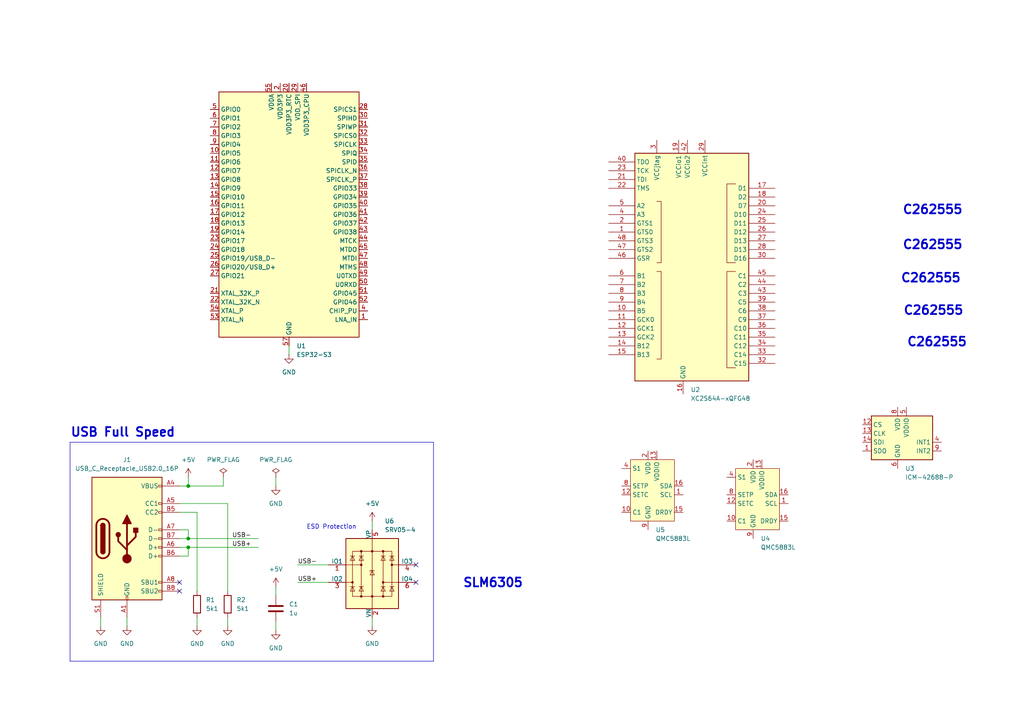
<source format=kicad_sch>
(kicad_sch (version 20231120) (generator "eeschema") (generator_version "8.0")
  (paper "A4")
  (lib_symbols
    (symbol "Connector:USB_C_Receptacle_USB2.0_16P" (pin_names (offset 1.016))
      (property "Reference" "J" (at 0 22.225 0))
      (property "Value" "USB_C_Receptacle_USB2.0_16P" (at 0 19.685 0))
      (symbol "USB_C_Receptacle_USB2.0_16P_0_0"
        (rectangle (start -0.254 -17.78) (end 0.254 -16.764))
        (rectangle (start 10.16 -14.986) (end 9.144 -15.494))
        (rectangle (start 10.16 -12.446) (end 9.144 -12.954))
        (rectangle (start 10.16 -4.826) (end 9.144 -5.334))
        (rectangle (start 10.16 -2.286) (end 9.144 -2.794))
        (rectangle (start 10.16 0.254) (end 9.144 -0.254))
        (rectangle (start 10.16 2.794) (end 9.144 2.286))
        (rectangle (start 10.16 7.874) (end 9.144 7.366))
        (rectangle (start 10.16 10.414) (end 9.144 9.906))
        (rectangle (start 10.16 15.494) (end 9.144 14.986))
      )
      (symbol "USB_C_Receptacle_USB2.0_16P_0_1"
        (rectangle (start -10.16 17.78) (end 10.16 -17.78) (stroke (width 0.254)) (fill (type background)))
        (arc (start -8.89 -3.81) (mid -6.985 -5.7067) (end -5.08 -3.81) (stroke (width 0.508)))
        (arc (start -7.62 -3.81) (mid -6.985 -4.4423) (end -6.35 -3.81) (stroke (width 0.254)))
        (arc (start -7.62 -3.81) (mid -6.985 -4.4423) (end -6.35 -3.81) (stroke (width 0.254)) (fill (type outline)))
        (rectangle (start -7.62 -3.81) (end -6.35 3.81) (stroke (width 0.254)) (fill (type outline)))
        (arc (start -6.35 3.81) (mid -6.985 4.4423) (end -7.62 3.81) (stroke (width 0.254)))
        (arc (start -6.35 3.81) (mid -6.985 4.4423) (end -7.62 3.81) (stroke (width 0.254)) (fill (type outline)))
        (arc (start -5.08 3.81) (mid -6.985 5.7067) (end -8.89 3.81) (stroke (width 0.508)))
        (circle (center -2.54 1.143) (radius 0.635) (stroke (width 0.254)) (fill (type outline)))
        (circle (center 0 -5.842) (radius 1.27) (fill (type outline)))
        (polyline (pts (xy -8.89 -3.81) (xy -8.89 3.81)) (stroke (width 0.508)))
        (polyline (pts (xy -5.08 3.81) (xy -5.08 -3.81)) (stroke (width 0.508)))
        (polyline (pts (xy 0 -5.842) (xy 0 4.318)) (stroke (width 0.508)))
        (polyline (pts (xy 0 -3.302) (xy -2.54 -0.762) (xy -2.54 0.508)) (stroke (width 0.508)))
        (polyline (pts (xy 0 -2.032) (xy 2.54 0.508) (xy 2.54 1.778)) (stroke (width 0.508)))
        (polyline (pts (xy -1.27 4.318) (xy 0 6.858) (xy 1.27 4.318) (xy -1.27 4.318)) (stroke (width 0.254)) (fill (type outline)))
        (rectangle (start 1.905 1.778) (end 3.175 3.048) (stroke (width 0.254)) (fill (type outline)))
      )
      (symbol "USB_C_Receptacle_USB2.0_16P_1_1"
        (pin passive line (at 0 -22.86 90) (length 5.08) (name "GND") (number "A1"))
        (pin passive line (at 0 -22.86 90) (length 5.08) hide (name "GND") (number "A12"))
        (pin passive line (at 15.24 15.24 180) (length 5.08) (name "VBUS") (number "A4"))
        (pin bidirectional line (at 15.24 10.16 180) (length 5.08) (name "CC1") (number "A5"))
        (pin bidirectional line (at 15.24 -2.54 180) (length 5.08) (name "D+") (number "A6"))
        (pin bidirectional line (at 15.24 2.54 180) (length 5.08) (name "D-") (number "A7"))
        (pin bidirectional line (at 15.24 -12.7 180) (length 5.08) (name "SBU1") (number "A8"))
        (pin passive line (at 15.24 15.24 180) (length 5.08) hide (name "VBUS") (number "A9"))
        (pin passive line (at 0 -22.86 90) (length 5.08) hide (name "GND") (number "B1"))
        (pin passive line (at 0 -22.86 90) (length 5.08) hide (name "GND") (number "B12"))
        (pin passive line (at 15.24 15.24 180) (length 5.08) hide (name "VBUS") (number "B4"))
        (pin bidirectional line (at 15.24 7.62 180) (length 5.08) (name "CC2") (number "B5"))
        (pin bidirectional line (at 15.24 -5.08 180) (length 5.08) (name "D+") (number "B6"))
        (pin bidirectional line (at 15.24 0 180) (length 5.08) (name "D-") (number "B7"))
        (pin bidirectional line (at 15.24 -15.24 180) (length 5.08) (name "SBU2") (number "B8"))
        (pin passive line (at 15.24 15.24 180) (length 5.08) hide (name "VBUS") (number "B9"))
        (pin passive line (at -7.62 -22.86 90) (length 5.08) (name "SHIELD") (number "S1"))
      )
    )
    (symbol "Device:C" (pin_numbers hide) (pin_names (offset 0.254))
      (property "Reference" "C" (at 0.635 2.54 0))
      (property "Value" "C" (at 0.635 -2.54 0))
      (symbol "C_0_1"
        (polyline (pts (xy -2.032 -0.762) (xy 2.032 -0.762)) (stroke (width 0.508)))
        (polyline (pts (xy -2.032 0.762) (xy 2.032 0.762)) (stroke (width 0.508)))
      )
      (symbol "C_1_1"
        (pin passive line (at 0 3.81 270) (length 2.794) (name "~") (number "1"))
        (pin passive line (at 0 -3.81 90) (length 2.794) (name "~") (number "2"))
      )
    )
    (symbol "Device:R" (pin_numbers hide) (pin_names (offset 0))
      (property "Reference" "R" (at 2.032 0 90))
      (property "Value" "R" (at 0 0 90))
      (symbol "R_0_1"
        (rectangle (start -1.016 -2.54) (end 1.016 2.54) (stroke (width 0.254)))
      )
      (symbol "R_1_1"
        (pin passive line (at 0 3.81 270) (length 1.27) (name "~") (number "1"))
        (pin passive line (at 0 -3.81 90) (length 1.27) (name "~") (number "2"))
      )
    )
    (symbol "FPGA_Xilinx:XC2S64A-xQFG48"
      (property "Reference" "U" (at 8.89 34.29 0))
      (property "Value" "XC2S64A-xQFG48" (at 5.08 -34.29 0))
      (symbol "XC2S64A-xQFG48_0_1"
        (rectangle (start -16.51 33.02) (end 16.51 -33.02) (stroke (width 0.254)) (fill (type background)))
        (polyline (pts (xy -10.16 -1.27) (xy -8.89 -1.27) (xy -8.89 -26.67) (xy -10.16 -26.67) (xy -10.16 -26.67)))
        (polyline (pts (xy 12.7 -1.27) (xy 10.16 -1.27) (xy 10.16 -29.21) (xy 12.7 -29.21) (xy 12.7 -29.21)))
        (polyline (pts (xy 12.7 1.27) (xy 10.16 1.27) (xy 10.16 24.13) (xy 12.7 24.13) (xy 12.7 24.13)))
        (polyline (pts (xy -10.16 19.05) (xy -8.89 19.05) (xy -8.89 1.27) (xy -10.16 1.27) (xy -10.16 1.27) (xy -10.16 1.27)))
      )
      (symbol "XC2S64A-xQFG48_1_1"
        (pin bidirectional line (at -24.13 10.16 0) (length 7.62) (name "GTS0") (number "1"))
        (pin bidirectional line (at -24.13 -12.7 0) (length 7.62) (name "B5") (number "10"))
        (pin passive line (at -24.13 -15.24 0) (length 7.62) (name "GCK0") (number "11"))
        (pin bidirectional line (at -24.13 -17.78 0) (length 7.62) (name "GCK1") (number "12"))
        (pin bidirectional line (at -24.13 -20.32 0) (length 7.62) (name "GCK2") (number "13"))
        (pin bidirectional line (at -24.13 -22.86 0) (length 7.62) (name "B12") (number "14"))
        (pin bidirectional line (at -24.13 -25.4 0) (length 7.62) (name "B13") (number "15"))
        (pin power_in line (at -2.54 -36.83 90) (length 3.81) (name "GND") (number "16"))
        (pin bidirectional line (at 24.13 22.86 180) (length 7.62) (name "D1") (number "17"))
        (pin bidirectional line (at 24.13 20.32 180) (length 7.62) (name "D2") (number "18"))
        (pin power_in line (at -3.81 36.83 270) (length 3.81) (name "VCCio1") (number "19"))
        (pin bidirectional line (at -24.13 12.7 0) (length 7.62) (name "GTS1") (number "2"))
        (pin bidirectional line (at 24.13 17.78 180) (length 7.62) (name "D7") (number "20"))
        (pin input line (at -24.13 25.4 0) (length 7.62) (name "TDI") (number "21"))
        (pin input line (at -24.13 22.86 0) (length 7.62) (name "TMS") (number "22"))
        (pin input line (at -24.13 27.94 0) (length 7.62) (name "TCK") (number "23"))
        (pin bidirectional line (at 24.13 15.24 180) (length 7.62) (name "D10") (number "24"))
        (pin bidirectional line (at 24.13 12.7 180) (length 7.62) (name "D11") (number "25"))
        (pin bidirectional line (at 24.13 10.16 180) (length 7.62) (name "D12") (number "26"))
        (pin bidirectional line (at 24.13 7.62 180) (length 7.62) (name "D13") (number "27"))
        (pin bidirectional line (at 24.13 5.08 180) (length 7.62) (name "D13") (number "28"))
        (pin power_in line (at 3.81 36.83 270) (length 3.81) (name "VCCint") (number "29"))
        (pin power_in line (at -10.16 36.83 270) (length 3.81) (name "VCCjtag") (number "3"))
        (pin bidirectional line (at 24.13 2.54 180) (length 7.62) (name "D16") (number "30"))
        (pin passive line (at -2.54 -36.83 90) (length 3.81) hide (name "GND") (number "31"))
        (pin bidirectional line (at 24.13 -27.94 180) (length 7.62) (name "C15") (number "32"))
        (pin bidirectional line (at 24.13 -25.4 180) (length 7.62) (name "C14") (number "33"))
        (pin bidirectional line (at 24.13 -22.86 180) (length 7.62) (name "C12") (number "34"))
        (pin bidirectional line (at 24.13 -20.32 180) (length 7.62) (name "C11") (number "35"))
        (pin bidirectional line (at 24.13 -17.78 180) (length 7.62) (name "C10") (number "36"))
        (pin bidirectional line (at 24.13 -15.24 180) (length 7.62) (name "C9") (number "37"))
        (pin bidirectional line (at 24.13 -12.7 180) (length 7.62) (name "C6") (number "38"))
        (pin bidirectional line (at 24.13 -10.16 180) (length 7.62) (name "C5") (number "39"))
        (pin bidirectional line (at -24.13 15.24 0) (length 7.62) (name "A3") (number "4"))
        (pin output line (at -24.13 30.48 0) (length 7.62) (name "TDO") (number "40"))
        (pin passive line (at -2.54 -36.83 90) (length 3.81) hide (name "GND") (number "41"))
        (pin power_in line (at -1.27 36.83 270) (length 3.81) (name "VCCio2") (number "42"))
        (pin bidirectional line (at 24.13 -7.62 180) (length 7.62) (name "C3") (number "43"))
        (pin bidirectional line (at 24.13 -5.08 180) (length 7.62) (name "C2") (number "44"))
        (pin bidirectional line (at 24.13 -2.54 180) (length 7.62) (name "C1") (number "45"))
        (pin bidirectional line (at -24.13 2.54 0) (length 7.62) (name "GSR") (number "46"))
        (pin bidirectional line (at -24.13 5.08 0) (length 7.62) (name "GTS2") (number "47"))
        (pin bidirectional line (at -24.13 7.62 0) (length 7.62) (name "GTS3") (number "48"))
        (pin bidirectional line (at -24.13 17.78 0) (length 7.62) (name "A2") (number "5"))
        (pin bidirectional line (at -24.13 -2.54 0) (length 7.62) (name "B1") (number "6"))
        (pin bidirectional line (at -24.13 -5.08 0) (length 7.62) (name "B2") (number "7"))
        (pin bidirectional line (at -24.13 -7.62 0) (length 7.62) (name "B3") (number "8"))
        (pin passive line (at -24.13 -10.16 0) (length 7.62) (name "B4") (number "9"))
      )
    )
    (symbol "GND_10" (power) (pin_numbers hide) (pin_names (offset 0) hide)
      (property "Value" "GND" (at 0 -3.81 0))
      (symbol "GND_10_0_1"
        (polyline (pts (xy 0 0) (xy 0 -1.27) (xy 1.27 -1.27) (xy 0 -2.54) (xy -1.27 -1.27) (xy 0 -1.27)))
      )
      (symbol "GND_10_1_1"
        (pin power_in line (at 0 0 270) (length 0) (name "~") (number "1"))
      )
    )
    (symbol "GND_11" (power) (pin_numbers hide) (pin_names (offset 0) hide)
      (property "Value" "GND" (at 0 -3.81 0))
      (symbol "GND_11_0_1"
        (polyline (pts (xy 0 0) (xy 0 -1.27) (xy 1.27 -1.27) (xy 0 -2.54) (xy -1.27 -1.27) (xy 0 -1.27)))
      )
      (symbol "GND_11_1_1"
        (pin power_in line (at 0 0 270) (length 0) (name "~") (number "1"))
      )
    )
    (symbol "GND_5" (power) (pin_numbers hide) (pin_names (offset 0) hide)
      (property "Value" "GND" (at 0 -3.81 0))
      (symbol "GND_5_0_1"
        (polyline (pts (xy 0 0) (xy 0 -1.27) (xy 1.27 -1.27) (xy 0 -2.54) (xy -1.27 -1.27) (xy 0 -1.27)))
      )
      (symbol "GND_5_1_1"
        (pin power_in line (at 0 0 270) (length 0) (name "~") (number "1"))
      )
    )
    (symbol "GND_6" (power) (pin_numbers hide) (pin_names (offset 0) hide)
      (property "Value" "GND" (at 0 -3.81 0))
      (symbol "GND_6_0_1"
        (polyline (pts (xy 0 0) (xy 0 -1.27) (xy 1.27 -1.27) (xy 0 -2.54) (xy -1.27 -1.27) (xy 0 -1.27)))
      )
      (symbol "GND_6_1_1"
        (pin power_in line (at 0 0 270) (length 0) (name "~") (number "1"))
      )
    )
    (symbol "GND_7" (power) (pin_numbers hide) (pin_names (offset 0) hide)
      (property "Value" "GND" (at 0 -3.81 0))
      (symbol "GND_7_0_1"
        (polyline (pts (xy 0 0) (xy 0 -1.27) (xy 1.27 -1.27) (xy 0 -2.54) (xy -1.27 -1.27) (xy 0 -1.27)))
      )
      (symbol "GND_7_1_1"
        (pin power_in line (at 0 0 270) (length 0) (name "~") (number "1"))
      )
    )
    (symbol "GND_8" (power) (pin_numbers hide) (pin_names (offset 0) hide)
      (property "Value" "GND" (at 0 -3.81 0))
      (symbol "GND_8_0_1"
        (polyline (pts (xy 0 0) (xy 0 -1.27) (xy 1.27 -1.27) (xy 0 -2.54) (xy -1.27 -1.27) (xy 0 -1.27)))
      )
      (symbol "GND_8_1_1"
        (pin power_in line (at 0 0 270) (length 0) (name "~") (number "1"))
      )
    )
    (symbol "GND_9" (power) (pin_numbers hide) (pin_names (offset 0) hide)
      (property "Value" "GND" (at 0 -3.81 0))
      (symbol "GND_9_0_1"
        (polyline (pts (xy 0 0) (xy 0 -1.27) (xy 1.27 -1.27) (xy 0 -2.54) (xy -1.27 -1.27) (xy 0 -1.27)))
      )
      (symbol "GND_9_1_1"
        (pin power_in line (at 0 0 270) (length 0) (name "~") (number "1"))
      )
    )
    (symbol "MCU_Espressif:ESP32-S3"
      (property "Reference" "U" (at 10.16 -38.1 0))
      (property "Value" "ESP32-S3" (at 13.97 -40.64 0))
      (symbol "ESP32-S3_0_1"
        (rectangle (start -20.32 35.56) (end 20.32 -35.56) (stroke (width 0.254)) (fill (type background)))
      )
      (symbol "ESP32-S3_1_0"
        (pin bidirectional line (at 22.86 12.7 180) (length 2.54) (name "SPICLK_N") (number "36"))
        (pin bidirectional line (at 22.86 -10.16 180) (length 2.54) (name "MTDO") (number "45"))
        (pin bidirectional line (at 22.86 -22.86 180) (length 2.54) (name "GPIO45") (number "51"))
        (pin passive line (at -5.08 38.1 270) (length 2.54) hide (name "VDDA") (number "56"))
      )
      (symbol "ESP32-S3_1_1"
        (pin bidirectional line (at 22.86 -30.48 180) (length 2.54) (name "LNA_IN") (number "1"))
        (pin bidirectional line (at -22.86 17.78 0) (length 2.54) (name "GPIO5") (number "10"))
        (pin bidirectional line (at -22.86 15.24 0) (length 2.54) (name "GPIO6") (number "11"))
        (pin bidirectional line (at -22.86 12.7 0) (length 2.54) (name "GPIO7") (number "12"))
        (pin bidirectional line (at -22.86 10.16 0) (length 2.54) (name "GPIO8") (number "13"))
        (pin bidirectional line (at -22.86 7.62 0) (length 2.54) (name "GPIO9") (number "14"))
        (pin bidirectional line (at -22.86 5.08 0) (length 2.54) (name "GPIO10") (number "15"))
        (pin bidirectional line (at -22.86 2.54 0) (length 2.54) (name "GPIO11") (number "16"))
        (pin bidirectional line (at -22.86 0 0) (length 2.54) (name "GPIO12") (number "17"))
        (pin bidirectional line (at -22.86 -2.54 0) (length 2.54) (name "GPIO13") (number "18"))
        (pin bidirectional line (at -22.86 -5.08 0) (length 2.54) (name "GPIO14") (number "19"))
        (pin power_in line (at -2.54 38.1 270) (length 2.54) (name "VDD3P3") (number "2"))
        (pin power_in line (at 0 38.1 270) (length 2.54) (name "VDD3P3_RTC") (number "20"))
        (pin passive line (at -22.86 -22.86 0) (length 2.54) (name "XTAL_32K_P") (number "21"))
        (pin passive line (at -22.86 -25.4 0) (length 2.54) (name "XTAL_32K_N") (number "22"))
        (pin bidirectional line (at -22.86 -7.62 0) (length 2.54) (name "GPIO17") (number "23"))
        (pin bidirectional line (at -22.86 -10.16 0) (length 2.54) (name "GPIO18") (number "24"))
        (pin bidirectional line (at -22.86 -12.7 0) (length 2.54) (name "GPIO19/USB_D-") (number "25"))
        (pin bidirectional line (at -22.86 -15.24 0) (length 2.54) (name "GPIO20/USB_D+") (number "26"))
        (pin bidirectional line (at -22.86 -17.78 0) (length 2.54) (name "GPIO21") (number "27"))
        (pin bidirectional line (at 22.86 30.48 180) (length 2.54) (name "SPICS1") (number "28"))
        (pin power_in line (at 2.54 38.1 270) (length 2.54) (name "VDD_SPI") (number "29"))
        (pin passive line (at -2.54 38.1 270) (length 2.54) hide (name "VDD3P3") (number "3"))
        (pin bidirectional line (at 22.86 27.94 180) (length 2.54) (name "SPIHD") (number "30"))
        (pin bidirectional line (at 22.86 25.4 180) (length 2.54) (name "SPIWP") (number "31"))
        (pin bidirectional line (at 22.86 22.86 180) (length 2.54) (name "SPICS0") (number "32"))
        (pin bidirectional line (at 22.86 20.32 180) (length 2.54) (name "SPICLK") (number "33"))
        (pin bidirectional line (at 22.86 17.78 180) (length 2.54) (name "SPIQ") (number "34"))
        (pin bidirectional line (at 22.86 15.24 180) (length 2.54) (name "SPID") (number "35"))
        (pin bidirectional line (at 22.86 10.16 180) (length 2.54) (name "SPICLK_P") (number "37"))
        (pin bidirectional line (at 22.86 7.62 180) (length 2.54) (name "GPIO33") (number "38"))
        (pin bidirectional line (at 22.86 5.08 180) (length 2.54) (name "GPIO34") (number "39"))
        (pin input line (at 22.86 -27.94 180) (length 2.54) (name "CHIP_PU") (number "4"))
        (pin bidirectional line (at 22.86 2.54 180) (length 2.54) (name "GPIO35") (number "40"))
        (pin bidirectional line (at 22.86 0 180) (length 2.54) (name "GPIO36") (number "41"))
        (pin bidirectional line (at 22.86 -2.54 180) (length 2.54) (name "GPIO37") (number "42"))
        (pin bidirectional line (at 22.86 -5.08 180) (length 2.54) (name "GPIO38") (number "43"))
        (pin bidirectional line (at 22.86 -7.62 180) (length 2.54) (name "MTCK") (number "44"))
        (pin power_in line (at 5.08 38.1 270) (length 2.54) (name "VDD3P3_CPU") (number "46"))
        (pin bidirectional line (at 22.86 -12.7 180) (length 2.54) (name "MTDI") (number "47"))
        (pin bidirectional line (at 22.86 -15.24 180) (length 2.54) (name "MTMS") (number "48"))
        (pin bidirectional line (at 22.86 -17.78 180) (length 2.54) (name "U0TXD") (number "49"))
        (pin bidirectional line (at -22.86 30.48 0) (length 2.54) (name "GPIO0") (number "5"))
        (pin bidirectional line (at 22.86 -20.32 180) (length 2.54) (name "U0RXD") (number "50"))
        (pin bidirectional line (at 22.86 -25.4 180) (length 2.54) (name "GPIO46") (number "52"))
        (pin output line (at -22.86 -30.48 0) (length 2.54) (name "XTAL_N") (number "53"))
        (pin input line (at -22.86 -27.94 0) (length 2.54) (name "XTAL_P") (number "54"))
        (pin power_in line (at -5.08 38.1 270) (length 2.54) (name "VDDA") (number "55"))
        (pin power_in line (at 0 -38.1 90) (length 2.54) (name "GND") (number "57"))
        (pin bidirectional line (at -22.86 27.94 0) (length 2.54) (name "GPIO1") (number "6"))
        (pin bidirectional line (at -22.86 25.4 0) (length 2.54) (name "GPIO2") (number "7"))
        (pin bidirectional line (at -22.86 22.86 0) (length 2.54) (name "GPIO3") (number "8"))
        (pin bidirectional line (at -22.86 20.32 0) (length 2.54) (name "GPIO4") (number "9"))
      )
    )
    (symbol "Power_Protection:SRV05-4" (pin_names (offset 0))
      (property "Reference" "U" (at -5.08 11.43 0))
      (property "Value" "SRV05-4" (at 2.54 11.43 0))
      (symbol "SRV05-4_0_0"
        (rectangle (start -5.715 6.477) (end 5.715 -6.604))
        (polyline (pts (xy -3.175 -6.604) (xy -3.175 6.477)))
        (polyline (pts (xy 3.175 6.477) (xy 3.175 -6.604)))
      )
      (symbol "SRV05-4_0_1"
        (rectangle (start -7.62 10.16) (end 7.62 -10.16) (stroke (width 0.254)) (fill (type background)))
        (circle (center -5.715 -2.54) (radius 0.2794) (fill (type outline)))
        (circle (center -3.175 -6.604) (radius 0.2794) (fill (type outline)))
        (circle (center -3.175 2.54) (radius 0.2794) (fill (type outline)))
        (circle (center -3.175 6.477) (radius 0.2794) (fill (type outline)))
        (circle (center 0 -6.604) (radius 0.2794) (fill (type outline)))
        (polyline (pts (xy -7.747 2.54) (xy -3.175 2.54)))
        (polyline (pts (xy -7.62 -2.54) (xy -5.715 -2.54)))
        (polyline (pts (xy -5.08 -3.81) (xy -6.35 -3.81)))
        (polyline (pts (xy -5.08 5.08) (xy -6.35 5.08)))
        (polyline (pts (xy -2.54 -3.81) (xy -3.81 -3.81)))
        (polyline (pts (xy -2.54 5.08) (xy -3.81 5.08)))
        (polyline (pts (xy 0 10.16) (xy 0 -10.16)))
        (polyline (pts (xy 3.81 -3.81) (xy 2.54 -3.81)))
        (polyline (pts (xy 3.81 5.08) (xy 2.54 5.08)))
        (polyline (pts (xy 6.35 -3.81) (xy 5.08 -3.81)))
        (polyline (pts (xy 6.35 5.08) (xy 5.08 5.08)))
        (polyline (pts (xy 7.62 -2.54) (xy 3.175 -2.54)))
        (polyline (pts (xy 7.62 2.54) (xy 5.715 2.54)))
        (polyline (pts (xy 0.635 0.889) (xy -0.635 0.889) (xy -0.635 0.635)))
        (polyline (pts (xy -5.08 -5.08) (xy -6.35 -5.08) (xy -5.715 -3.81) (xy -5.08 -5.08)))
        (polyline (pts (xy -5.08 3.81) (xy -6.35 3.81) (xy -5.715 5.08) (xy -5.08 3.81)))
        (polyline (pts (xy -2.54 -5.08) (xy -3.81 -5.08) (xy -3.175 -3.81) (xy -2.54 -5.08)))
        (polyline (pts (xy -2.54 3.81) (xy -3.81 3.81) (xy -3.175 5.08) (xy -2.54 3.81)))
        (polyline (pts (xy 0.635 -0.381) (xy -0.635 -0.381) (xy 0 0.889) (xy 0.635 -0.381)))
        (polyline (pts (xy 3.81 -5.08) (xy 2.54 -5.08) (xy 3.175 -3.81) (xy 3.81 -5.08)))
        (polyline (pts (xy 3.81 3.81) (xy 2.54 3.81) (xy 3.175 5.08) (xy 3.81 3.81)))
        (polyline (pts (xy 6.35 -5.08) (xy 5.08 -5.08) (xy 5.715 -3.81) (xy 6.35 -5.08)))
        (polyline (pts (xy 6.35 3.81) (xy 5.08 3.81) (xy 5.715 5.08) (xy 6.35 3.81)))
        (circle (center 0 6.477) (radius 0.2794) (fill (type outline)))
        (circle (center 3.175 -6.604) (radius 0.2794) (fill (type outline)))
        (circle (center 3.175 -2.54) (radius 0.2794) (fill (type outline)))
        (circle (center 3.175 6.477) (radius 0.2794) (fill (type outline)))
        (circle (center 5.715 2.54) (radius 0.2794) (fill (type outline)))
      )
      (symbol "SRV05-4_1_1"
        (pin passive line (at -12.7 2.54 0) (length 5.08) (name "IO1") (number "1"))
        (pin passive line (at 0 -12.7 90) (length 2.54) (name "VN") (number "2"))
        (pin passive line (at -12.7 -2.54 0) (length 5.08) (name "IO2") (number "3"))
        (pin passive line (at 12.7 2.54 180) (length 5.08) (name "IO3") (number "4"))
        (pin passive line (at 0 12.7 270) (length 2.54) (name "VP") (number "5"))
        (pin passive line (at 12.7 -2.54 180) (length 5.08) (name "IO4") (number "6"))
      )
    )
    (symbol "User_Symbols:ICM-42688-P"
      (property "Reference" "U" (at 1.27 1.27 0))
      (property "Value" "ICM-42688-P" (at 19.05 1.27 0))
      (symbol "ICM-42688-P_0_1"
        (rectangle (start 0 0) (end 17.78 -12.7) (stroke (width 0.254)) (fill (type background)))
      )
      (symbol "ICM-42688-P_1_1"
        (pin output line (at -2.54 -10.16 0) (length 2.54) (name "SDO") (number "1"))
        (pin no_connect line (at 20.32 -3.81 180) (length 2.54) hide (name "RESV") (number "10"))
        (pin passive line (at 7.62 -15.24 90) (length 2.54) hide (name "RESV") (number "11"))
        (pin input line (at -2.54 -2.54 0) (length 2.54) (name "CS") (number "12"))
        (pin input line (at -2.54 -5.08 0) (length 2.54) (name "CLK") (number "13"))
        (pin input line (at -2.54 -7.62 0) (length 2.54) (name "SDI") (number "14"))
        (pin no_connect line (at 20.32 -1.27 180) (length 2.54) hide (name "RESV") (number "2"))
        (pin no_connect line (at 20.32 -2.54 180) (length 2.54) hide (name "RESV") (number "3"))
        (pin output line (at 20.32 -7.62 180) (length 2.54) (name "INT1") (number "4"))
        (pin power_in line (at 10.16 2.54 270) (length 2.54) (name "VDDIO") (number "5"))
        (pin power_in line (at 7.62 -15.24 90) (length 2.54) (name "GND") (number "6"))
        (pin passive line (at 7.62 -15.24 90) (length 2.54) hide (name "RESV") (number "7"))
        (pin power_in line (at 7.62 2.54 270) (length 2.54) (name "VDD") (number "8"))
        (pin output line (at 20.32 -10.16 180) (length 2.54) (name "INT2") (number "9"))
      )
    )
    (symbol "User_Symbols:QMC5883L"
      (property "Reference" "U" (at 1.27 2.54 0))
      (property "Value" "QMC5883L" (at 13.97 2.54 0))
      (symbol "QMC5883L_1_1"
        (rectangle (start 0 0) (end 12.7 -17.78) (fill (type background)))
        (pin input line (at 15.24 -10.16 180) (length 2.54) (name "SCL") (number "1"))
        (pin passive line (at -2.54 -15.24 0) (length 2.54) (name "C1") (number "10"))
        (pin power_in line (at 5.08 -20.32 90) (length 2.54) hide (name "GND") (number "11"))
        (pin passive line (at -2.54 -10.16 0) (length 2.54) (name "SETC") (number "12"))
        (pin power_in line (at 7.62 2.54 270) (length 2.54) (name "VDDIO") (number "13"))
        (pin no_connect line (at 15.24 -6.35 180) (length 2.54) hide (name "NC") (number "14"))
        (pin output line (at 15.24 -15.24 180) (length 2.54) (name "DRDY") (number "15"))
        (pin bidirectional line (at 15.24 -7.62 180) (length 2.54) (name "SDA") (number "16"))
        (pin power_in line (at 5.08 2.54 270) (length 2.54) (name "VDD") (number "2"))
        (pin no_connect line (at 15.24 -1.27 180) (length 2.54) hide (name "NC") (number "3"))
        (pin passive line (at -2.54 -2.54 0) (length 2.54) (name "S1") (number "4"))
        (pin no_connect line (at 15.24 -2.54 180) (length 2.54) hide (name "NC") (number "5"))
        (pin no_connect line (at 15.24 -3.81 180) (length 2.54) hide (name "NC") (number "6"))
        (pin no_connect line (at 15.24 -5.08 180) (length 2.54) hide (name "NC") (number "7"))
        (pin passive line (at -2.54 -7.62 0) (length 2.54) (name "SETP") (number "8"))
        (pin power_in line (at 5.08 -20.32 90) (length 2.54) (name "GND") (number "9"))
      )
    )
    (symbol "VBUS_3" (power) (pin_numbers hide) (pin_names (offset 0) hide)
      (property "Value" "VBUS" (at 0 3.556 0))
      (symbol "VBUS_3_0_1"
        (polyline (pts (xy -0.762 1.27) (xy 0 2.54)))
        (polyline (pts (xy 0 0) (xy 0 2.54)))
        (polyline (pts (xy 0 2.54) (xy 0.762 1.27)))
      )
      (symbol "VBUS_3_1_1"
        (pin power_in line (at 0 0 90) (length 0) (name "~") (number "1"))
      )
    )
    (symbol "power:GND" (power) (pin_numbers hide) (pin_names (offset 0) hide)
      (property "Value" "GND" (at 0 -3.81 0))
      (symbol "GND_0_1"
        (polyline (pts (xy 0 0) (xy 0 -1.27) (xy 1.27 -1.27) (xy 0 -2.54) (xy -1.27 -1.27) (xy 0 -1.27)))
      )
      (symbol "GND_1_1"
        (pin power_in line (at 0 0 270) (length 0) (name "~") (number "1"))
      )
    )
    (symbol "power:PWR_FLAG" (power) (pin_numbers hide) (pin_names (offset 0) hide)
      (property "Value" "PWR_FLAG" (at 0 3.81 0))
      (symbol "PWR_FLAG_0_0"
        (pin power_out line (at 0 0 90) (length 0) (name "~") (number "1"))
      )
      (symbol "PWR_FLAG_0_1"
        (polyline (pts (xy 0 0) (xy 0 1.27) (xy -1.016 1.905) (xy 0 2.54) (xy 1.016 1.905) (xy 0 1.27)))
      )
    )
  )
  (junction (at 54.61 158.75))
  (junction (at 54.61 140.97))
  (junction (at 54.61 156.21))
  (no_connect (at 120.65 168.91))
  (no_connect (at 52.07 171.45))
  (no_connect (at 52.07 168.91))
  (no_connect (at 120.65 163.83))
  (wire (pts (xy 54.61 161.29) (xy 54.61 158.75)))
  (polyline (pts (xy 101.6 128.27) (xy 125.73 128.27)))
  (wire (pts (xy 86.36 168.91) (xy 95.25 168.91)))
  (wire (pts (xy 80.01 180.34) (xy 80.01 182.88)))
  (polyline (pts (xy 125.73 128.27) (xy 125.73 191.77)))
  (wire (pts (xy 57.15 179.07) (xy 57.15 181.61)))
  (wire (pts (xy 52.07 153.67) (xy 54.61 153.67)))
  (wire (pts (xy 64.77 138.43) (xy 64.77 140.97)))
  (wire (pts (xy 54.61 153.67) (xy 54.61 156.21)))
  (polyline (pts (xy 125.73 191.77) (xy 20.32 191.77)))
  (wire (pts (xy 54.61 156.21) (xy 74.93 156.21)))
  (wire (pts (xy 57.15 148.59) (xy 52.07 148.59)))
  (wire (pts (xy 36.83 179.07) (xy 36.83 181.61)))
  (wire (pts (xy 54.61 138.43) (xy 54.61 140.97)))
  (wire (pts (xy 57.15 171.45) (xy 57.15 148.59)))
  (polyline (pts (xy 20.32 128.27) (xy 101.6 128.27)))
  (wire (pts (xy 66.04 179.07) (xy 66.04 181.61)))
  (wire (pts (xy 52.07 156.21) (xy 54.61 156.21)))
  (wire (pts (xy 107.95 151.13) (xy 107.95 153.67)))
  (wire (pts (xy 107.95 179.07) (xy 107.95 181.61)))
  (wire (pts (xy 54.61 158.75) (xy 74.93 158.75)))
  (wire (pts (xy 83.82 100.33) (xy 83.82 102.87)))
  (wire (pts (xy 52.07 158.75) (xy 54.61 158.75)))
  (wire (pts (xy 66.04 146.05) (xy 66.04 171.45)))
  (wire (pts (xy 54.61 140.97) (xy 52.07 140.97)))
  (wire (pts (xy 80.01 138.43) (xy 80.01 140.97)))
  (polyline (pts (xy 20.32 191.77) (xy 20.32 128.27)))
  (wire (pts (xy 29.21 179.07) (xy 29.21 181.61)))
  (wire (pts (xy 86.36 163.83) (xy 95.25 163.83)))
  (wire (pts (xy 80.01 170.18) (xy 80.01 172.72)))
  (wire (pts (xy 64.77 140.97) (xy 54.61 140.97)))
  (wire (pts (xy 52.07 146.05) (xy 66.04 146.05)))
  (wire (pts (xy 52.07 161.29) (xy 54.61 161.29)))
  (text "USB Full Speed" (at 20.32 127 0) (effects (font (size 2.54 2.54) (thickness 0.508) (bold yes)) (justify left bottom)))
  (text "SLM6305" (at 143.002 169.164 0) (effects (font (size 2.54 2.54) (thickness 0.508) (bold yes))))
  (text "C262555" (at 270.764 90.17 0) (effects (font (size 2.54 2.54) (thickness 0.508) (bold yes))))
  (text "C262555" (at 270.002 80.772 0) (effects (font (size 2.54 2.54) (thickness 0.508) (bold yes))))
  (text "C262555" (at 271.78 99.314 0) (effects (font (size 2.54 2.54) (thickness 0.508) (bold yes))))
  (text "ESD Protection" (at 88.9 153.67 0) (effects (font (size 1.27 1.27)) (justify left bottom)))
  (text "C262555" (at 270.51 71.12 0) (effects (font (size 2.54 2.54) (thickness 0.508) (bold yes))))
  (text "C262555" (at 270.51 60.96 0) (effects (font (size 2.54 2.54) (thickness 0.508) (bold yes))))
  (label "USB-" (at 67.31 156.21 0))
  (label "USB+" (at 86.36 168.91 0))
  (label "USB+" (at 67.31 158.75 0))
  (label "USB-" (at 86.36 163.83 0))
  (symbol (lib_name "GND_6") (lib_id "power:GND") (at 80.01 140.97 0) (unit 1)
    (property "Reference" "#PWR07" (effects (hide yes)))
    (property "Value" "GND" (at 80.01 146.05 0))
    (property "Description" "Power symbol creates a global label with name \"GND\" , ground" (effects (hide yes)))
  )
  (symbol (lib_id "Device:R") (at 66.04 175.26 0) (unit 1)
    (property "Reference" "R2" (at 68.58 173.99 0) (effects (justify left)))
    (property "Value" "5k1" (at 68.58 176.53 0) (effects (justify left)))
    (property "Footprint" "Resistor_SMD:R_0402_1005Metric" (effects (hide yes)))
    (property "LCSC" "C25905" (effects (hide yes)))
  )
  (symbol (lib_id "power:PWR_FLAG") (at 80.01 138.43 0) (unit 1)
    (property "Reference" "#FLG02" (effects (hide yes)))
    (property "Value" "PWR_FLAG" (at 80.01 133.35 0))
    (property "Description" "Special symbol for telling ERC where power comes from" (effects (hide yes)))
  )
  (symbol (lib_name "GND_11") (lib_id "power:GND") (at 66.04 181.61 0) (unit 1)
    (property "Reference" "#PWR06" (effects (hide yes)))
    (property "Value" "GND" (at 66.04 186.69 0))
    (property "Description" "Power symbol creates a global label with name \"GND\" , ground" (effects (hide yes)))
  )
  (symbol (lib_name "VBUS_3") (lib_id "power:VBUS") (at 107.95 151.13 0) (unit 1)
    (property "Reference" "#PWR010" (effects (hide yes)))
    (property "Value" "+5V" (at 107.95 146.05 0))
    (property "Description" "Power symbol creates a global label with name \"VBUS\"" (effects (hide yes)))
  )
  (symbol (lib_id "User_Symbols:QMC5883L") (at 182.88 133.35 0) (unit 1)
    (property "Reference" "U5" (at 190.1541 153.67 0) (effects (justify left)))
    (property "Value" "QMC5883L" (at 190.1541 156.21 0) (effects (justify left)))
    (property "Footprint" "Package_LGA:LGA-16_3x3mm_P0.5mm" (effects (hide yes)))
    (property "Datasheet" "https://wmsc.lcsc.com/wmsc/upload/file/pdf/v2/lcsc/2012221837_QST-QMC5883L_C976032.pdf" (effects (hide yes)))
    (property "Description" "Three Axis Magnometer" (effects (hide yes)))
  )
  (symbol (lib_name "GND_9") (lib_id "power:GND") (at 36.83 181.61 0) (unit 1)
    (property "Reference" "#PWR03" (effects (hide yes)))
    (property "Value" "GND" (at 36.83 186.69 0))
    (property "Description" "Power symbol creates a global label with name \"GND\" , ground" (effects (hide yes)))
  )
  (symbol (lib_name "GND_5") (lib_id "power:GND") (at 29.21 181.61 0) (unit 1)
    (property "Reference" "#PWR02" (effects (hide yes)))
    (property "Value" "GND" (at 29.21 186.69 0))
    (property "Description" "Power symbol creates a global label with name \"GND\" , ground" (effects (hide yes)))
  )
  (symbol (lib_id "Device:R") (at 57.15 175.26 0) (unit 1)
    (property "Reference" "R1" (at 59.69 173.99 0) (effects (justify left)))
    (property "Value" "5k1" (at 59.69 176.53 0) (effects (justify left)))
    (property "Footprint" "Resistor_SMD:R_0402_1005Metric" (effects (hide yes)))
    (property "LCSC" "C25905" (effects (hide yes)))
  )
  (symbol (lib_id "Device:C") (at 80.01 176.53 0) (unit 1)
    (property "Reference" "C1" (at 83.82 175.26 0) (effects (justify left)))
    (property "Value" "1u" (at 83.82 177.8 0) (effects (justify left)))
    (property "Footprint" "Capacitor_SMD:C_0402_1005Metric" (effects (hide yes)))
    (property "LCSC" "C52923" (effects (hide yes)))
  )
  (symbol (lib_id "Connector:USB_C_Receptacle_USB2.0_16P") (at 36.83 156.21 0) (unit 1)
    (property "Reference" "J1" (at 36.83 133.35 0))
    (property "Value" "USB_C_Receptacle_USB2.0_16P" (at 36.83 135.89 0))
    (property "Footprint" "Connector_USB:USB_C_Receptacle_GCT_USB4105-xx-A_16P_TopMnt_Horizontal" (effects (hide yes)))
    (property "Datasheet" "https://www.usb.org/sites/default/files/documents/usb_type-c.zip" (effects (hide yes)))
    (property "Description" "USB 2.0-only 16P Type-C Receptacle connector" (effects (hide yes)))
    (property "LCSC" "C2765186" (effects (hide yes)))
  )
  (symbol (lib_id "MCU_Espressif:ESP32-S3") (at 83.82 62.23 0) (unit 1)
    (property "Reference" "U1" (at 86.0141 100.33 0) (effects (justify left)))
    (property "Value" "ESP32-S3" (at 86.0141 102.87 0) (effects (justify left)))
    (property "Footprint" "Package_DFN_QFN:QFN-56-1EP_7x7mm_P0.4mm_EP4x4mm" (effects (hide yes)))
    (property "Datasheet" "https://www.espressif.com/sites/default/files/documentation/esp32-s3_datasheet_en.pdf" (effects (hide yes)))
    (property "Description" "Microcontroller, Wi-Fi 802.11b/g/n, Bluetooth, 32bit" (effects (hide yes)))
  )
  (symbol (lib_id "power:GND") (at 83.82 102.87 0) (unit 1)
    (property "Reference" "#PWR01" (effects (hide yes)))
    (property "Value" "GND" (at 83.82 107.95 0))
    (property "Description" "Power symbol creates a global label with name \"GND\" , ground" (effects (hide yes)))
  )
  (symbol (lib_id "power:PWR_FLAG") (at 64.77 138.43 0) (unit 1)
    (property "Reference" "#FLG01" (effects (hide yes)))
    (property "Value" "PWR_FLAG" (at 64.77 133.35 0))
    (property "Description" "Special symbol for telling ERC where power comes from" (effects (hide yes)))
  )
  (symbol (lib_id "FPGA_Xilinx:XC2S64A-xQFG48") (at 200.66 77.47 0) (unit 1)
    (property "Reference" "U2" (at 200.3141 113.03 0) (effects (justify left)))
    (property "Value" "XC2S64A-xQFG48" (at 200.3141 115.57 0) (effects (justify left)))
    (property "Datasheet" "xilinx/xc2c64.pdf" (effects (hide yes)))
    (property "Description" "Xilinx CoolRunner" (effects (hide yes)))
  )
  (symbol (lib_name "GND_8") (lib_id "power:GND") (at 107.95 181.61 0) (unit 1)
    (property "Reference" "#PWR011" (effects (hide yes)))
    (property "Value" "GND" (at 107.95 186.69 0))
    (property "Description" "Power symbol creates a global label with name \"GND\" , ground" (effects (hide yes)))
  )
  (symbol (lib_name "VBUS_3") (lib_id "power:VBUS") (at 80.01 170.18 0) (unit 1)
    (property "Reference" "#PWR08" (effects (hide yes)))
    (property "Value" "+5V" (at 80.01 165.1 0))
    (property "Description" "Power symbol creates a global label with name \"VBUS\"" (effects (hide yes)))
  )
  (symbol (lib_name "VBUS_3") (lib_id "power:VBUS") (at 54.61 138.43 0) (unit 1)
    (property "Reference" "#PWR04" (effects (hide yes)))
    (property "Value" "+5V" (at 54.61 133.35 0))
    (property "Description" "Power symbol creates a global label with name \"VBUS\"" (effects (hide yes)))
  )
  (symbol (lib_name "GND_7") (lib_id "power:GND") (at 80.01 182.88 0) (unit 1)
    (property "Reference" "#PWR09" (effects (hide yes)))
    (property "Value" "GND" (at 80.01 187.96 0))
    (property "Description" "Power symbol creates a global label with name \"GND\" , ground" (effects (hide yes)))
  )
  (symbol (lib_name "GND_10") (lib_id "power:GND") (at 57.15 181.61 0) (unit 1)
    (property "Reference" "#PWR05" (effects (hide yes)))
    (property "Value" "GND" (at 57.15 186.69 0))
    (property "Description" "Power symbol creates a global label with name \"GND\" , ground" (effects (hide yes)))
  )
  (symbol (lib_id "Power_Protection:SRV05-4") (at 107.95 166.37 0) (unit 1)
    (property "Reference" "U6" (at 111.5761 151.13 0) (effects (justify left)))
    (property "Value" "SRV05-4" (at 111.5761 153.67 0) (effects (justify left)))
    (property "Footprint" "Package_TO_SOT_SMD:SOT-23-6" (effects (hide yes)))
    (property "Datasheet" "http://www.onsemi.com/pub/Collateral/SRV05-4-D.PDF" (effects (hide yes)))
    (property "LCSC" "C7420376" (effects (hide yes)))
  )
  (symbol (lib_id "User_Symbols:ICM-42688-P") (at 252.73 120.65 0) (unit 1)
    (property "Reference" "U3" (at 262.5441 135.89 0) (effects (justify left)))
    (property "Value" "ICM-42688-P" (at 262.5441 138.43 0) (effects (justify left)))
    (property "Footprint" "Package_LGA:LGA-14_3x2.5mm_P0.5mm_LayoutBorder3x4y" (effects (hide yes)))
    (property "Datasheet" "https://wmsc.lcsc.com/wmsc/upload/file/pdf/v2/lcsc/2108030230_TDK-InvenSense-ICM-42688-P_C1850418.pdf" (effects (hide yes)))
    (property "Description" "IMU Gyroscope" (effects (hide yes)))
  )
  (symbol (lib_id "User_Symbols:QMC5883L") (at 213.36 135.89 0) (unit 1)
    (property "Reference" "U4" (at 220.6341 156.21 0) (effects (justify left)))
    (property "Value" "QMC5883L" (at 220.6341 158.75 0) (effects (justify left)))
    (property "Footprint" "Package_LGA:LGA-16_3x3mm_P0.5mm" (effects (hide yes)))
    (property "Datasheet" "https://wmsc.lcsc.com/wmsc/upload/file/pdf/v2/lcsc/2012221837_QST-QMC5883L_C976032.pdf" (effects (hide yes)))
    (property "Description" "Three Axis Magnometer" (effects (hide yes)))
  )
)
</source>
